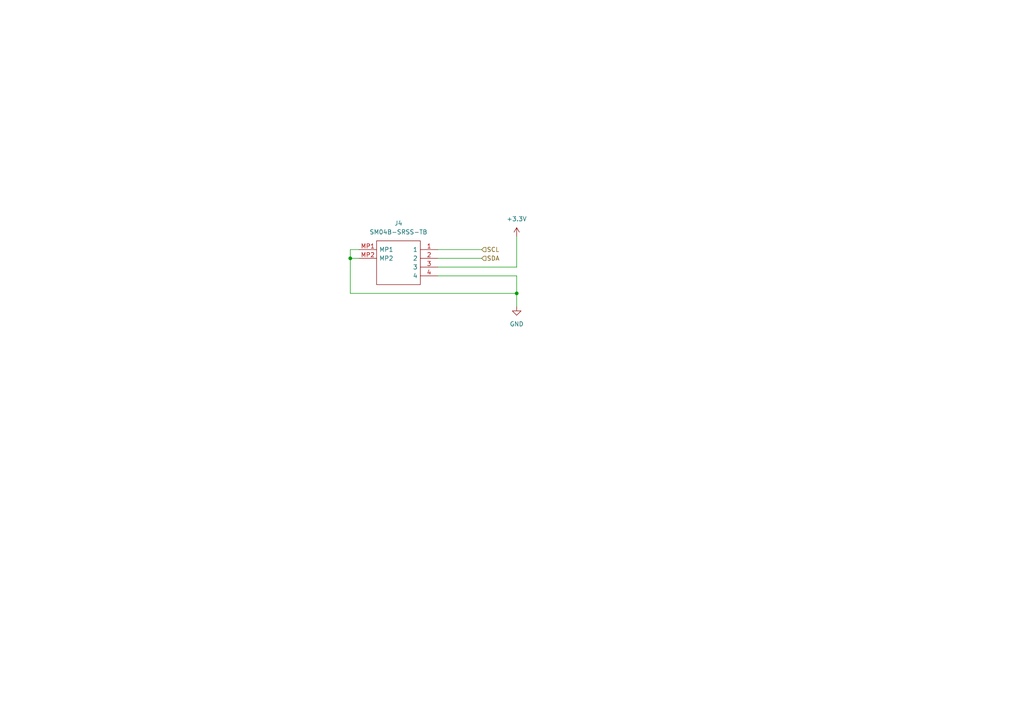
<source format=kicad_sch>
(kicad_sch (version 20230121) (generator eeschema)
  (paper "A4")
  (lib_symbols
    (symbol "SM04B-SRSS-TB:SM04B-SRSS-TB" (pin_names (offset 0.762))
      (property "Reference" "J" (at 19.05 7.62 0))
      (property "Value" "SM04B-SRSS-TB" (at 19.05 5.08 0))
      (symbol "SM04B-SRSS-TB_0_0"
        (pin passive line (at 22.86 0 180) (length 5.08) (name "1") (number "1"))
        (pin passive line (at 22.86 -2.54 180) (length 5.08) (name "2") (number "2"))
        (pin passive line (at 22.86 -5.08 180) (length 5.08) (name "3") (number "3"))
        (pin passive line (at 22.86 -7.62 180) (length 5.08) (name "4") (number "4"))
        (pin passive line (at 0 0 0) (length 5.08) (name "MP1") (number "MP1"))
        (pin passive line (at 0 -2.54 0) (length 5.08) (name "MP2") (number "MP2"))
      )
      (symbol "SM04B-SRSS-TB_0_1"
        (polyline (pts (xy 5.08 2.54) (xy 17.78 2.54) (xy 17.78 -10.16) (xy 5.08 -10.16) (xy 5.08 2.54)) (stroke (width 0.1524)))
      )
    )
    (symbol "power:+3.3V" (power) (pin_names (offset 0))
      (property "Value" "+3.3V" (at 0 3.556 0))
      (symbol "+3.3V_0_1"
        (polyline (pts (xy -0.762 1.27) (xy 0 2.54)))
        (polyline (pts (xy 0 0) (xy 0 2.54)))
        (polyline (pts (xy 0 2.54) (xy 0.762 1.27)))
      )
      (symbol "+3.3V_1_1"
        (pin power_in line (at 0 0 90) (length 0) hide (name "+3.3V") (number "1"))
      )
    )
    (symbol "power:GND" (power) (pin_names (offset 0))
      (property "Value" "GND" (at 0 -3.81 0))
      (symbol "GND_0_1"
        (polyline (pts (xy 0 0) (xy 0 -1.27) (xy 1.27 -1.27) (xy 0 -2.54) (xy -1.27 -1.27) (xy 0 -1.27)))
      )
      (symbol "GND_1_1"
        (pin power_in line (at 0 0 270) (length 0) hide (name "GND") (number "1"))
      )
    )
  )
  (junction (at 101.6 74.93))
  (junction (at 149.86 85.09))
  (wire (pts (xy 104.14 74.93) (xy 101.6 74.93)))
  (wire (pts (xy 104.14 72.39) (xy 101.6 72.39)))
  (wire (pts (xy 149.86 77.47) (xy 149.86 68.58)))
  (wire (pts (xy 101.6 72.39) (xy 101.6 74.93)))
  (wire (pts (xy 149.86 85.09) (xy 149.86 88.9)))
  (wire (pts (xy 101.6 85.09) (xy 149.86 85.09)))
  (wire (pts (xy 127 80.01) (xy 149.86 80.01)))
  (wire (pts (xy 127 74.93) (xy 139.7 74.93)))
  (wire (pts (xy 101.6 74.93) (xy 101.6 85.09)))
  (wire (pts (xy 127 72.39) (xy 139.7 72.39)))
  (wire (pts (xy 149.86 80.01) (xy 149.86 85.09)))
  (wire (pts (xy 127 77.47) (xy 149.86 77.47)))
  (hierarchical_label "SCL" (shape input) (at 139.7 72.39 0))
  (hierarchical_label "SDA" (shape input) (at 139.7 74.93 0))
  (symbol (lib_id "power:GND") (at 149.86 88.9 0) (unit 1)
    (property "Reference" "#PWR031" (effects hide))
    (property "Value" "GND" (at 149.86 93.98 0))
  )
  (symbol (lib_id "SM04B-SRSS-TB:SM04B-SRSS-TB") (at 104.14 72.39 0) (unit 1)
    (property "Reference" "J4" (at 115.57 64.77 0))
    (property "Value" "SM04B-SRSS-TB" (at 115.57 67.31 0))
    (property "Footprint" "SM04B-SRSS-TB:SM04BSRSSTB" (effects hide))
    (property "Datasheet" "https://www.jst-mfg.com/product/pdf/eng/eSH.pdf?61bf6c80a2dbc" (effects hide))
    (property "Description" "CONN HEADER SMD R/A 4POS 1MM" (effects hide))
    (property "Height" "2.9" (effects hide))
    (property "Manufacturer_Name" "JST (JAPAN SOLDERLESS TERMINALS)" (effects hide))
    (property "Manufacturer_Part_Number" "SM04B-SRSS-TB" (effects hide))
    (property "LCSC" "C160404" (effects hide))
  )
  (symbol (lib_id "power:+3.3V") (at 149.86 68.58 0) (unit 1)
    (property "Reference" "#PWR019" (effects hide))
    (property "Value" "+3.3V" (at 149.86 63.5 0))
  )
)
</source>
